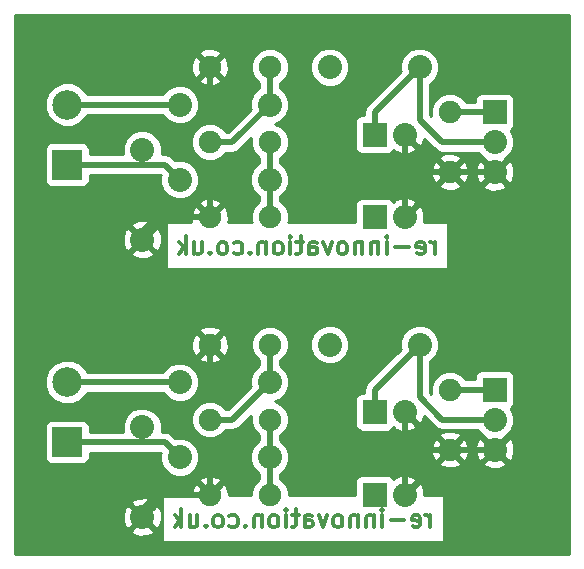
<source format=gbl>
G04 (created by PCBNEW (2013-07-07 BZR 4022)-stable) date 16/07/2014 12:48:06*
%MOIN*%
G04 Gerber Fmt 3.4, Leading zero omitted, Abs format*
%FSLAX34Y34*%
G01*
G70*
G90*
G04 APERTURE LIST*
%ADD10C,0.00590551*%
%ADD11C,0.011811*%
%ADD12C,0.075*%
%ADD13R,0.08X0.08*%
%ADD14C,0.08*%
%ADD15R,0.0984X0.0984*%
%ADD16C,0.0984*%
%ADD17C,0.035*%
%ADD18C,0.02*%
%ADD19C,0.01*%
G04 APERTURE END LIST*
G54D10*
G54D11*
X23096Y-35839D02*
X23096Y-35445D01*
X23096Y-35557D02*
X23068Y-35501D01*
X23040Y-35473D01*
X22983Y-35445D01*
X22927Y-35445D01*
X22505Y-35810D02*
X22562Y-35839D01*
X22674Y-35839D01*
X22730Y-35810D01*
X22758Y-35754D01*
X22758Y-35529D01*
X22730Y-35473D01*
X22674Y-35445D01*
X22562Y-35445D01*
X22505Y-35473D01*
X22477Y-35529D01*
X22477Y-35585D01*
X22758Y-35642D01*
X22224Y-35614D02*
X21774Y-35614D01*
X21493Y-35839D02*
X21493Y-35445D01*
X21493Y-35248D02*
X21521Y-35276D01*
X21493Y-35304D01*
X21465Y-35276D01*
X21493Y-35248D01*
X21493Y-35304D01*
X21212Y-35445D02*
X21212Y-35839D01*
X21212Y-35501D02*
X21184Y-35473D01*
X21127Y-35445D01*
X21043Y-35445D01*
X20987Y-35473D01*
X20959Y-35529D01*
X20959Y-35839D01*
X20677Y-35445D02*
X20677Y-35839D01*
X20677Y-35501D02*
X20649Y-35473D01*
X20593Y-35445D01*
X20509Y-35445D01*
X20452Y-35473D01*
X20424Y-35529D01*
X20424Y-35839D01*
X20059Y-35839D02*
X20115Y-35810D01*
X20143Y-35782D01*
X20171Y-35726D01*
X20171Y-35557D01*
X20143Y-35501D01*
X20115Y-35473D01*
X20059Y-35445D01*
X19974Y-35445D01*
X19918Y-35473D01*
X19890Y-35501D01*
X19862Y-35557D01*
X19862Y-35726D01*
X19890Y-35782D01*
X19918Y-35810D01*
X19974Y-35839D01*
X20059Y-35839D01*
X19665Y-35445D02*
X19524Y-35839D01*
X19384Y-35445D01*
X18906Y-35839D02*
X18906Y-35529D01*
X18934Y-35473D01*
X18990Y-35445D01*
X19103Y-35445D01*
X19159Y-35473D01*
X18906Y-35810D02*
X18962Y-35839D01*
X19103Y-35839D01*
X19159Y-35810D01*
X19187Y-35754D01*
X19187Y-35698D01*
X19159Y-35642D01*
X19103Y-35614D01*
X18962Y-35614D01*
X18906Y-35585D01*
X18709Y-35445D02*
X18484Y-35445D01*
X18625Y-35248D02*
X18625Y-35754D01*
X18596Y-35810D01*
X18540Y-35839D01*
X18484Y-35839D01*
X18287Y-35839D02*
X18287Y-35445D01*
X18287Y-35248D02*
X18315Y-35276D01*
X18287Y-35304D01*
X18259Y-35276D01*
X18287Y-35248D01*
X18287Y-35304D01*
X17921Y-35839D02*
X17978Y-35810D01*
X18006Y-35782D01*
X18034Y-35726D01*
X18034Y-35557D01*
X18006Y-35501D01*
X17978Y-35473D01*
X17921Y-35445D01*
X17837Y-35445D01*
X17781Y-35473D01*
X17753Y-35501D01*
X17725Y-35557D01*
X17725Y-35726D01*
X17753Y-35782D01*
X17781Y-35810D01*
X17837Y-35839D01*
X17921Y-35839D01*
X17472Y-35445D02*
X17472Y-35839D01*
X17472Y-35501D02*
X17443Y-35473D01*
X17387Y-35445D01*
X17303Y-35445D01*
X17247Y-35473D01*
X17218Y-35529D01*
X17218Y-35839D01*
X16937Y-35782D02*
X16909Y-35810D01*
X16937Y-35839D01*
X16965Y-35810D01*
X16937Y-35782D01*
X16937Y-35839D01*
X16403Y-35810D02*
X16459Y-35839D01*
X16572Y-35839D01*
X16628Y-35810D01*
X16656Y-35782D01*
X16684Y-35726D01*
X16684Y-35557D01*
X16656Y-35501D01*
X16628Y-35473D01*
X16572Y-35445D01*
X16459Y-35445D01*
X16403Y-35473D01*
X16065Y-35839D02*
X16122Y-35810D01*
X16150Y-35782D01*
X16178Y-35726D01*
X16178Y-35557D01*
X16150Y-35501D01*
X16122Y-35473D01*
X16065Y-35445D01*
X15981Y-35445D01*
X15925Y-35473D01*
X15897Y-35501D01*
X15869Y-35557D01*
X15869Y-35726D01*
X15897Y-35782D01*
X15925Y-35810D01*
X15981Y-35839D01*
X16065Y-35839D01*
X15616Y-35782D02*
X15587Y-35810D01*
X15616Y-35839D01*
X15644Y-35810D01*
X15616Y-35782D01*
X15616Y-35839D01*
X15081Y-35445D02*
X15081Y-35839D01*
X15334Y-35445D02*
X15334Y-35754D01*
X15306Y-35810D01*
X15250Y-35839D01*
X15166Y-35839D01*
X15109Y-35810D01*
X15081Y-35782D01*
X14800Y-35839D02*
X14800Y-35248D01*
X14744Y-35614D02*
X14575Y-35839D01*
X14575Y-35445D02*
X14800Y-35670D01*
X23246Y-26739D02*
X23246Y-26345D01*
X23246Y-26457D02*
X23218Y-26401D01*
X23190Y-26373D01*
X23133Y-26345D01*
X23077Y-26345D01*
X22655Y-26710D02*
X22712Y-26739D01*
X22824Y-26739D01*
X22880Y-26710D01*
X22908Y-26654D01*
X22908Y-26429D01*
X22880Y-26373D01*
X22824Y-26345D01*
X22712Y-26345D01*
X22655Y-26373D01*
X22627Y-26429D01*
X22627Y-26485D01*
X22908Y-26542D01*
X22374Y-26514D02*
X21924Y-26514D01*
X21643Y-26739D02*
X21643Y-26345D01*
X21643Y-26148D02*
X21671Y-26176D01*
X21643Y-26204D01*
X21615Y-26176D01*
X21643Y-26148D01*
X21643Y-26204D01*
X21362Y-26345D02*
X21362Y-26739D01*
X21362Y-26401D02*
X21334Y-26373D01*
X21277Y-26345D01*
X21193Y-26345D01*
X21137Y-26373D01*
X21109Y-26429D01*
X21109Y-26739D01*
X20827Y-26345D02*
X20827Y-26739D01*
X20827Y-26401D02*
X20799Y-26373D01*
X20743Y-26345D01*
X20659Y-26345D01*
X20602Y-26373D01*
X20574Y-26429D01*
X20574Y-26739D01*
X20209Y-26739D02*
X20265Y-26710D01*
X20293Y-26682D01*
X20321Y-26626D01*
X20321Y-26457D01*
X20293Y-26401D01*
X20265Y-26373D01*
X20209Y-26345D01*
X20124Y-26345D01*
X20068Y-26373D01*
X20040Y-26401D01*
X20012Y-26457D01*
X20012Y-26626D01*
X20040Y-26682D01*
X20068Y-26710D01*
X20124Y-26739D01*
X20209Y-26739D01*
X19815Y-26345D02*
X19674Y-26739D01*
X19534Y-26345D01*
X19056Y-26739D02*
X19056Y-26429D01*
X19084Y-26373D01*
X19140Y-26345D01*
X19253Y-26345D01*
X19309Y-26373D01*
X19056Y-26710D02*
X19112Y-26739D01*
X19253Y-26739D01*
X19309Y-26710D01*
X19337Y-26654D01*
X19337Y-26598D01*
X19309Y-26542D01*
X19253Y-26514D01*
X19112Y-26514D01*
X19056Y-26485D01*
X18859Y-26345D02*
X18634Y-26345D01*
X18775Y-26148D02*
X18775Y-26654D01*
X18746Y-26710D01*
X18690Y-26739D01*
X18634Y-26739D01*
X18437Y-26739D02*
X18437Y-26345D01*
X18437Y-26148D02*
X18465Y-26176D01*
X18437Y-26204D01*
X18409Y-26176D01*
X18437Y-26148D01*
X18437Y-26204D01*
X18071Y-26739D02*
X18128Y-26710D01*
X18156Y-26682D01*
X18184Y-26626D01*
X18184Y-26457D01*
X18156Y-26401D01*
X18128Y-26373D01*
X18071Y-26345D01*
X17987Y-26345D01*
X17931Y-26373D01*
X17903Y-26401D01*
X17875Y-26457D01*
X17875Y-26626D01*
X17903Y-26682D01*
X17931Y-26710D01*
X17987Y-26739D01*
X18071Y-26739D01*
X17622Y-26345D02*
X17622Y-26739D01*
X17622Y-26401D02*
X17593Y-26373D01*
X17537Y-26345D01*
X17453Y-26345D01*
X17397Y-26373D01*
X17368Y-26429D01*
X17368Y-26739D01*
X17087Y-26682D02*
X17059Y-26710D01*
X17087Y-26739D01*
X17115Y-26710D01*
X17087Y-26682D01*
X17087Y-26739D01*
X16553Y-26710D02*
X16609Y-26739D01*
X16722Y-26739D01*
X16778Y-26710D01*
X16806Y-26682D01*
X16834Y-26626D01*
X16834Y-26457D01*
X16806Y-26401D01*
X16778Y-26373D01*
X16722Y-26345D01*
X16609Y-26345D01*
X16553Y-26373D01*
X16215Y-26739D02*
X16272Y-26710D01*
X16300Y-26682D01*
X16328Y-26626D01*
X16328Y-26457D01*
X16300Y-26401D01*
X16272Y-26373D01*
X16215Y-26345D01*
X16131Y-26345D01*
X16075Y-26373D01*
X16047Y-26401D01*
X16019Y-26457D01*
X16019Y-26626D01*
X16047Y-26682D01*
X16075Y-26710D01*
X16131Y-26739D01*
X16215Y-26739D01*
X15766Y-26682D02*
X15737Y-26710D01*
X15766Y-26739D01*
X15794Y-26710D01*
X15766Y-26682D01*
X15766Y-26739D01*
X15231Y-26345D02*
X15231Y-26739D01*
X15484Y-26345D02*
X15484Y-26654D01*
X15456Y-26710D01*
X15400Y-26739D01*
X15316Y-26739D01*
X15259Y-26710D01*
X15231Y-26682D01*
X14950Y-26739D02*
X14950Y-26148D01*
X14894Y-26514D02*
X14725Y-26739D01*
X14725Y-26345D02*
X14950Y-26570D01*
G54D12*
X23750Y-31250D03*
X23750Y-33250D03*
X15750Y-29750D03*
X17750Y-29750D03*
X17750Y-34750D03*
X15750Y-34750D03*
X15750Y-32250D03*
X17750Y-32250D03*
G54D13*
X21250Y-32000D03*
G54D14*
X22250Y-32000D03*
G54D13*
X21250Y-34750D03*
G54D14*
X22250Y-34750D03*
X19750Y-29750D03*
X22750Y-29750D03*
X13500Y-32500D03*
X13500Y-35500D03*
X14750Y-33500D03*
X17750Y-33500D03*
X14750Y-31000D03*
X17750Y-31000D03*
G54D15*
X11000Y-33000D03*
G54D16*
X11000Y-31000D03*
G54D13*
X25250Y-31250D03*
G54D14*
X25250Y-32250D03*
X25250Y-33250D03*
G54D13*
X25250Y-22000D03*
G54D14*
X25250Y-23000D03*
X25250Y-24000D03*
G54D15*
X11000Y-23750D03*
G54D16*
X11000Y-21750D03*
G54D14*
X14750Y-21750D03*
X17750Y-21750D03*
X14750Y-24250D03*
X17750Y-24250D03*
X13500Y-23250D03*
X13500Y-26250D03*
X19750Y-20500D03*
X22750Y-20500D03*
G54D13*
X21250Y-25500D03*
G54D14*
X22250Y-25500D03*
G54D13*
X21250Y-22750D03*
G54D14*
X22250Y-22750D03*
G54D12*
X15750Y-23000D03*
X17750Y-23000D03*
X17750Y-25500D03*
X15750Y-25500D03*
X15750Y-20500D03*
X17750Y-20500D03*
X23750Y-22000D03*
X23750Y-24000D03*
G54D17*
X19250Y-33750D03*
X19250Y-24500D03*
G54D18*
X15750Y-33500D02*
X15000Y-32750D01*
X15000Y-32750D02*
X15000Y-32000D01*
X15000Y-32000D02*
X15750Y-31250D01*
X15750Y-31250D02*
X15750Y-29750D01*
X15750Y-34750D02*
X15750Y-33500D01*
X13500Y-35250D02*
X14000Y-34750D01*
X14000Y-34750D02*
X15750Y-34750D01*
X13500Y-35500D02*
X13500Y-35250D01*
X23750Y-33250D02*
X25250Y-33250D01*
X22250Y-33250D02*
X22250Y-32000D01*
X22250Y-33750D02*
X22250Y-33250D01*
X22250Y-34750D02*
X22250Y-33750D01*
X23750Y-33250D02*
X22250Y-33250D01*
X19250Y-33750D02*
X22250Y-33750D01*
X19250Y-24500D02*
X22250Y-24500D01*
X23750Y-24000D02*
X22250Y-24000D01*
X22250Y-25500D02*
X22250Y-24500D01*
X22250Y-24500D02*
X22250Y-24000D01*
X22250Y-24000D02*
X22250Y-22750D01*
X23750Y-24000D02*
X25250Y-24000D01*
X13500Y-26250D02*
X13500Y-26000D01*
X14000Y-25500D02*
X15750Y-25500D01*
X13500Y-26000D02*
X14000Y-25500D01*
X15750Y-25500D02*
X15750Y-24250D01*
X15750Y-22000D02*
X15750Y-20500D01*
X15000Y-22750D02*
X15750Y-22000D01*
X15000Y-23500D02*
X15000Y-22750D01*
X15750Y-24250D02*
X15000Y-23500D01*
X21250Y-31250D02*
X22750Y-29750D01*
X21250Y-32000D02*
X21250Y-31250D01*
X23500Y-32250D02*
X22750Y-31500D01*
X22750Y-31500D02*
X22750Y-29750D01*
X25250Y-32250D02*
X23500Y-32250D01*
X25250Y-23000D02*
X23500Y-23000D01*
X22750Y-22250D02*
X22750Y-20500D01*
X23500Y-23000D02*
X22750Y-22250D01*
X21250Y-22750D02*
X21250Y-22000D01*
X21250Y-22000D02*
X22750Y-20500D01*
X11000Y-31000D02*
X14750Y-31000D01*
X11000Y-21750D02*
X14750Y-21750D01*
G54D19*
X14250Y-33000D02*
X14750Y-33500D01*
G54D18*
X14250Y-33000D02*
X14750Y-33500D01*
X13500Y-33000D02*
X14250Y-33000D01*
X11000Y-33000D02*
X13500Y-33000D01*
X13500Y-32500D02*
X13500Y-33000D01*
X13500Y-23250D02*
X13500Y-23750D01*
X11000Y-23750D02*
X13500Y-23750D01*
X13500Y-23750D02*
X14250Y-23750D01*
X14250Y-23750D02*
X14750Y-24250D01*
G54D19*
X14250Y-23750D02*
X14750Y-24250D01*
G54D18*
X17750Y-33500D02*
X17750Y-32250D01*
X17750Y-34750D02*
X17750Y-33500D01*
X17750Y-25500D02*
X17750Y-24250D01*
X17750Y-24250D02*
X17750Y-23000D01*
X16500Y-32250D02*
X17750Y-31000D01*
X15750Y-32250D02*
X16500Y-32250D01*
X17750Y-31000D02*
X17750Y-29750D01*
X17750Y-21750D02*
X17750Y-20500D01*
X15750Y-23000D02*
X16500Y-23000D01*
X16500Y-23000D02*
X17750Y-21750D01*
X25250Y-31250D02*
X23750Y-31250D01*
X25250Y-22000D02*
X23750Y-22000D01*
G54D10*
G36*
X27730Y-36730D02*
X25904Y-36730D01*
X25904Y-33355D01*
X25904Y-24105D01*
X25900Y-23991D01*
X25900Y-22871D01*
X25801Y-22632D01*
X25784Y-22615D01*
X25791Y-22612D01*
X25861Y-22541D01*
X25899Y-22449D01*
X25900Y-22350D01*
X25900Y-21550D01*
X25862Y-21458D01*
X25791Y-21388D01*
X25699Y-21350D01*
X25600Y-21349D01*
X24800Y-21349D01*
X24708Y-21387D01*
X24638Y-21458D01*
X24600Y-21550D01*
X24599Y-21649D01*
X24599Y-21650D01*
X24281Y-21650D01*
X24280Y-21646D01*
X24104Y-21470D01*
X23874Y-21375D01*
X23626Y-21374D01*
X23396Y-21469D01*
X23220Y-21645D01*
X23125Y-21875D01*
X23124Y-22123D01*
X23129Y-22134D01*
X23100Y-22105D01*
X23100Y-21058D01*
X23117Y-21051D01*
X23300Y-20868D01*
X23399Y-20629D01*
X23400Y-20371D01*
X23301Y-20132D01*
X23118Y-19949D01*
X22879Y-19850D01*
X22621Y-19849D01*
X22382Y-19948D01*
X22199Y-20131D01*
X22100Y-20370D01*
X22099Y-20628D01*
X22107Y-20647D01*
X21002Y-21752D01*
X20926Y-21866D01*
X20900Y-22000D01*
X20900Y-22099D01*
X20800Y-22099D01*
X20708Y-22137D01*
X20638Y-22208D01*
X20600Y-22300D01*
X20599Y-22399D01*
X20599Y-23199D01*
X20637Y-23291D01*
X20708Y-23361D01*
X20800Y-23399D01*
X20899Y-23400D01*
X21699Y-23400D01*
X21791Y-23362D01*
X21861Y-23291D01*
X21878Y-23251D01*
X21902Y-23314D01*
X22144Y-23404D01*
X22402Y-23394D01*
X22597Y-23314D01*
X22637Y-23208D01*
X22250Y-22820D01*
X22244Y-22826D01*
X22173Y-22755D01*
X22179Y-22750D01*
X22173Y-22744D01*
X22244Y-22673D01*
X22250Y-22679D01*
X22255Y-22673D01*
X22326Y-22744D01*
X22320Y-22750D01*
X22708Y-23137D01*
X22814Y-23097D01*
X22892Y-22887D01*
X23252Y-23247D01*
X23252Y-23247D01*
X23366Y-23323D01*
X23499Y-23350D01*
X23499Y-23349D01*
X23500Y-23350D01*
X24691Y-23350D01*
X24698Y-23367D01*
X24865Y-23534D01*
X24862Y-23541D01*
X25250Y-23929D01*
X25637Y-23541D01*
X25634Y-23534D01*
X25800Y-23368D01*
X25899Y-23129D01*
X25900Y-22871D01*
X25900Y-23991D01*
X25894Y-23847D01*
X25814Y-23652D01*
X25708Y-23612D01*
X25320Y-24000D01*
X25708Y-24387D01*
X25814Y-24347D01*
X25904Y-24105D01*
X25904Y-33355D01*
X25900Y-33241D01*
X25900Y-32121D01*
X25801Y-31882D01*
X25784Y-31865D01*
X25791Y-31862D01*
X25861Y-31791D01*
X25899Y-31699D01*
X25900Y-31600D01*
X25900Y-30800D01*
X25862Y-30708D01*
X25791Y-30638D01*
X25699Y-30600D01*
X25637Y-30599D01*
X25637Y-24458D01*
X25250Y-24070D01*
X25179Y-24141D01*
X25179Y-24000D01*
X24791Y-23612D01*
X24685Y-23652D01*
X24595Y-23894D01*
X24605Y-24152D01*
X24685Y-24347D01*
X24791Y-24387D01*
X25179Y-24000D01*
X25179Y-24141D01*
X24862Y-24458D01*
X24902Y-24564D01*
X25144Y-24654D01*
X25402Y-24644D01*
X25597Y-24564D01*
X25637Y-24458D01*
X25637Y-30599D01*
X25600Y-30599D01*
X24800Y-30599D01*
X24708Y-30637D01*
X24638Y-30708D01*
X24600Y-30800D01*
X24599Y-30899D01*
X24599Y-30900D01*
X24379Y-30900D01*
X24379Y-24099D01*
X24369Y-23851D01*
X24293Y-23667D01*
X24190Y-23630D01*
X24119Y-23701D01*
X24119Y-23559D01*
X24082Y-23456D01*
X23849Y-23370D01*
X23601Y-23380D01*
X23417Y-23456D01*
X23380Y-23559D01*
X23750Y-23929D01*
X24119Y-23559D01*
X24119Y-23701D01*
X23820Y-24000D01*
X24190Y-24369D01*
X24293Y-24332D01*
X24379Y-24099D01*
X24379Y-30900D01*
X24281Y-30900D01*
X24280Y-30896D01*
X24119Y-30735D01*
X24119Y-24440D01*
X23750Y-24070D01*
X23679Y-24141D01*
X23679Y-24000D01*
X23309Y-23630D01*
X23206Y-23667D01*
X23120Y-23900D01*
X23130Y-24148D01*
X23206Y-24332D01*
X23309Y-24369D01*
X23679Y-24000D01*
X23679Y-24141D01*
X23380Y-24440D01*
X23417Y-24543D01*
X23650Y-24629D01*
X23898Y-24619D01*
X24082Y-24543D01*
X24119Y-24440D01*
X24119Y-30735D01*
X24104Y-30720D01*
X23874Y-30625D01*
X23696Y-30624D01*
X23696Y-27222D01*
X23696Y-25659D01*
X22884Y-25659D01*
X22904Y-25605D01*
X22894Y-25347D01*
X22814Y-25152D01*
X22708Y-25112D01*
X22320Y-25500D01*
X22326Y-25505D01*
X22255Y-25576D01*
X22250Y-25570D01*
X22244Y-25576D01*
X22173Y-25505D01*
X22179Y-25500D01*
X22173Y-25494D01*
X22244Y-25423D01*
X22250Y-25429D01*
X22637Y-25041D01*
X22597Y-24935D01*
X22355Y-24845D01*
X22097Y-24855D01*
X21902Y-24935D01*
X21878Y-24998D01*
X21862Y-24958D01*
X21791Y-24888D01*
X21699Y-24850D01*
X21600Y-24849D01*
X20800Y-24849D01*
X20708Y-24887D01*
X20638Y-24958D01*
X20600Y-25050D01*
X20599Y-25149D01*
X20599Y-25659D01*
X20400Y-25659D01*
X20400Y-20371D01*
X20301Y-20132D01*
X20118Y-19949D01*
X19879Y-19850D01*
X19621Y-19849D01*
X19382Y-19948D01*
X19199Y-20131D01*
X19100Y-20370D01*
X19099Y-20628D01*
X19198Y-20867D01*
X19381Y-21050D01*
X19620Y-21149D01*
X19878Y-21150D01*
X20117Y-21051D01*
X20300Y-20868D01*
X20399Y-20629D01*
X20400Y-20371D01*
X20400Y-25659D01*
X18360Y-25659D01*
X18374Y-25624D01*
X18375Y-25376D01*
X18280Y-25146D01*
X18104Y-24970D01*
X18100Y-24968D01*
X18100Y-24808D01*
X18117Y-24801D01*
X18300Y-24618D01*
X18399Y-24379D01*
X18400Y-24121D01*
X18301Y-23882D01*
X18118Y-23699D01*
X18100Y-23691D01*
X18100Y-23531D01*
X18103Y-23530D01*
X18279Y-23354D01*
X18374Y-23124D01*
X18375Y-22876D01*
X18280Y-22646D01*
X18104Y-22470D01*
X17906Y-22388D01*
X18117Y-22301D01*
X18300Y-22118D01*
X18399Y-21879D01*
X18400Y-21621D01*
X18301Y-21382D01*
X18118Y-21199D01*
X18100Y-21191D01*
X18100Y-21031D01*
X18103Y-21030D01*
X18279Y-20854D01*
X18374Y-20624D01*
X18375Y-20376D01*
X18280Y-20146D01*
X18104Y-19970D01*
X17874Y-19875D01*
X17626Y-19874D01*
X17396Y-19969D01*
X17220Y-20145D01*
X17125Y-20375D01*
X17124Y-20623D01*
X17219Y-20853D01*
X17395Y-21029D01*
X17400Y-21031D01*
X17400Y-21191D01*
X17382Y-21198D01*
X17199Y-21381D01*
X17100Y-21620D01*
X17099Y-21878D01*
X17107Y-21897D01*
X16379Y-22625D01*
X16379Y-20599D01*
X16369Y-20351D01*
X16293Y-20167D01*
X16190Y-20130D01*
X16119Y-20201D01*
X16119Y-20059D01*
X16082Y-19956D01*
X15849Y-19870D01*
X15601Y-19880D01*
X15417Y-19956D01*
X15380Y-20059D01*
X15750Y-20429D01*
X16119Y-20059D01*
X16119Y-20201D01*
X15820Y-20500D01*
X16190Y-20869D01*
X16293Y-20832D01*
X16379Y-20599D01*
X16379Y-22625D01*
X16355Y-22650D01*
X16281Y-22650D01*
X16280Y-22646D01*
X16119Y-22485D01*
X16119Y-20940D01*
X15750Y-20570D01*
X15679Y-20641D01*
X15679Y-20500D01*
X15309Y-20130D01*
X15206Y-20167D01*
X15120Y-20400D01*
X15130Y-20648D01*
X15206Y-20832D01*
X15309Y-20869D01*
X15679Y-20500D01*
X15679Y-20641D01*
X15380Y-20940D01*
X15417Y-21043D01*
X15650Y-21129D01*
X15898Y-21119D01*
X16082Y-21043D01*
X16119Y-20940D01*
X16119Y-22485D01*
X16104Y-22470D01*
X15874Y-22375D01*
X15626Y-22374D01*
X15400Y-22468D01*
X15400Y-21621D01*
X15301Y-21382D01*
X15118Y-21199D01*
X14879Y-21100D01*
X14621Y-21099D01*
X14382Y-21198D01*
X14199Y-21381D01*
X14191Y-21400D01*
X11658Y-21400D01*
X11629Y-21330D01*
X11420Y-21121D01*
X11148Y-21008D01*
X10853Y-21007D01*
X10580Y-21120D01*
X10371Y-21329D01*
X10258Y-21601D01*
X10257Y-21896D01*
X10370Y-22169D01*
X10579Y-22378D01*
X10851Y-22491D01*
X11146Y-22492D01*
X11419Y-22379D01*
X11628Y-22170D01*
X11658Y-22100D01*
X14191Y-22100D01*
X14198Y-22117D01*
X14381Y-22300D01*
X14620Y-22399D01*
X14878Y-22400D01*
X15117Y-22301D01*
X15300Y-22118D01*
X15399Y-21879D01*
X15400Y-21621D01*
X15400Y-22468D01*
X15396Y-22469D01*
X15220Y-22645D01*
X15125Y-22875D01*
X15124Y-23123D01*
X15219Y-23353D01*
X15395Y-23529D01*
X15625Y-23624D01*
X15873Y-23625D01*
X16103Y-23530D01*
X16279Y-23354D01*
X16281Y-23350D01*
X16500Y-23350D01*
X16633Y-23323D01*
X16633Y-23323D01*
X16747Y-23247D01*
X17128Y-22866D01*
X17125Y-22875D01*
X17124Y-23123D01*
X17219Y-23353D01*
X17395Y-23529D01*
X17400Y-23531D01*
X17400Y-23691D01*
X17382Y-23698D01*
X17199Y-23881D01*
X17100Y-24120D01*
X17099Y-24378D01*
X17198Y-24617D01*
X17381Y-24800D01*
X17400Y-24808D01*
X17400Y-24968D01*
X17396Y-24969D01*
X17220Y-25145D01*
X17125Y-25375D01*
X17124Y-25623D01*
X17139Y-25659D01*
X16357Y-25659D01*
X16379Y-25599D01*
X16369Y-25351D01*
X16293Y-25167D01*
X16190Y-25130D01*
X16119Y-25201D01*
X16119Y-25059D01*
X16082Y-24956D01*
X15849Y-24870D01*
X15601Y-24880D01*
X15417Y-24956D01*
X15400Y-25004D01*
X15400Y-24121D01*
X15301Y-23882D01*
X15118Y-23699D01*
X14879Y-23600D01*
X14621Y-23599D01*
X14602Y-23607D01*
X14497Y-23502D01*
X14383Y-23426D01*
X14250Y-23400D01*
X14141Y-23400D01*
X14149Y-23379D01*
X14150Y-23121D01*
X14051Y-22882D01*
X13868Y-22699D01*
X13629Y-22600D01*
X13371Y-22599D01*
X13132Y-22698D01*
X12949Y-22881D01*
X12850Y-23120D01*
X12849Y-23378D01*
X12858Y-23400D01*
X11742Y-23400D01*
X11742Y-23208D01*
X11704Y-23116D01*
X11633Y-23046D01*
X11541Y-23008D01*
X11442Y-23007D01*
X10458Y-23007D01*
X10366Y-23045D01*
X10296Y-23116D01*
X10258Y-23208D01*
X10257Y-23307D01*
X10257Y-24291D01*
X10295Y-24383D01*
X10366Y-24453D01*
X10458Y-24491D01*
X10557Y-24492D01*
X11541Y-24492D01*
X11633Y-24454D01*
X11703Y-24383D01*
X11741Y-24291D01*
X11742Y-24192D01*
X11742Y-24100D01*
X13500Y-24100D01*
X14105Y-24100D01*
X14107Y-24102D01*
X14100Y-24120D01*
X14099Y-24378D01*
X14198Y-24617D01*
X14381Y-24800D01*
X14620Y-24899D01*
X14878Y-24900D01*
X15117Y-24801D01*
X15300Y-24618D01*
X15399Y-24379D01*
X15400Y-24121D01*
X15400Y-25004D01*
X15380Y-25059D01*
X15750Y-25429D01*
X16119Y-25059D01*
X16119Y-25201D01*
X15820Y-25500D01*
X15826Y-25505D01*
X15755Y-25576D01*
X15750Y-25570D01*
X15744Y-25576D01*
X15673Y-25505D01*
X15679Y-25500D01*
X15309Y-25130D01*
X15206Y-25167D01*
X15120Y-25400D01*
X15130Y-25648D01*
X15134Y-25659D01*
X14303Y-25659D01*
X14303Y-27222D01*
X23696Y-27222D01*
X23696Y-30624D01*
X23626Y-30624D01*
X23396Y-30719D01*
X23220Y-30895D01*
X23125Y-31125D01*
X23124Y-31373D01*
X23129Y-31384D01*
X23100Y-31355D01*
X23100Y-30308D01*
X23117Y-30301D01*
X23300Y-30118D01*
X23399Y-29879D01*
X23400Y-29621D01*
X23301Y-29382D01*
X23118Y-29199D01*
X22879Y-29100D01*
X22621Y-29099D01*
X22382Y-29198D01*
X22199Y-29381D01*
X22100Y-29620D01*
X22099Y-29878D01*
X22107Y-29897D01*
X21002Y-31002D01*
X20926Y-31116D01*
X20900Y-31250D01*
X20900Y-31349D01*
X20800Y-31349D01*
X20708Y-31387D01*
X20638Y-31458D01*
X20600Y-31550D01*
X20599Y-31649D01*
X20599Y-32449D01*
X20637Y-32541D01*
X20708Y-32611D01*
X20800Y-32649D01*
X20899Y-32650D01*
X21699Y-32650D01*
X21791Y-32612D01*
X21861Y-32541D01*
X21878Y-32501D01*
X21902Y-32564D01*
X22144Y-32654D01*
X22402Y-32644D01*
X22597Y-32564D01*
X22637Y-32458D01*
X22250Y-32070D01*
X22244Y-32076D01*
X22173Y-32005D01*
X22179Y-32000D01*
X22173Y-31994D01*
X22244Y-31923D01*
X22250Y-31929D01*
X22255Y-31923D01*
X22326Y-31994D01*
X22320Y-32000D01*
X22708Y-32387D01*
X22814Y-32347D01*
X22892Y-32137D01*
X23252Y-32497D01*
X23252Y-32497D01*
X23366Y-32573D01*
X23499Y-32600D01*
X23499Y-32599D01*
X23500Y-32600D01*
X24691Y-32600D01*
X24698Y-32617D01*
X24865Y-32784D01*
X24862Y-32791D01*
X25250Y-33179D01*
X25637Y-32791D01*
X25634Y-32784D01*
X25800Y-32618D01*
X25899Y-32379D01*
X25900Y-32121D01*
X25900Y-33241D01*
X25894Y-33097D01*
X25814Y-32902D01*
X25708Y-32862D01*
X25320Y-33250D01*
X25708Y-33637D01*
X25814Y-33597D01*
X25904Y-33355D01*
X25904Y-36730D01*
X25637Y-36730D01*
X25637Y-33708D01*
X25250Y-33320D01*
X25179Y-33391D01*
X25179Y-33250D01*
X24791Y-32862D01*
X24685Y-32902D01*
X24595Y-33144D01*
X24605Y-33402D01*
X24685Y-33597D01*
X24791Y-33637D01*
X25179Y-33250D01*
X25179Y-33391D01*
X24862Y-33708D01*
X24902Y-33814D01*
X25144Y-33904D01*
X25402Y-33894D01*
X25597Y-33814D01*
X25637Y-33708D01*
X25637Y-36730D01*
X24379Y-36730D01*
X24379Y-33349D01*
X24369Y-33101D01*
X24293Y-32917D01*
X24190Y-32880D01*
X24119Y-32951D01*
X24119Y-32809D01*
X24082Y-32706D01*
X23849Y-32620D01*
X23601Y-32630D01*
X23417Y-32706D01*
X23380Y-32809D01*
X23750Y-33179D01*
X24119Y-32809D01*
X24119Y-32951D01*
X23820Y-33250D01*
X24190Y-33619D01*
X24293Y-33582D01*
X24379Y-33349D01*
X24379Y-36730D01*
X24119Y-36730D01*
X24119Y-33690D01*
X23750Y-33320D01*
X23679Y-33391D01*
X23679Y-33250D01*
X23309Y-32880D01*
X23206Y-32917D01*
X23120Y-33150D01*
X23130Y-33398D01*
X23206Y-33582D01*
X23309Y-33619D01*
X23679Y-33250D01*
X23679Y-33391D01*
X23380Y-33690D01*
X23417Y-33793D01*
X23650Y-33879D01*
X23898Y-33869D01*
X24082Y-33793D01*
X24119Y-33690D01*
X24119Y-36730D01*
X23546Y-36730D01*
X23546Y-36322D01*
X23546Y-34759D01*
X22900Y-34759D01*
X22894Y-34597D01*
X22814Y-34402D01*
X22708Y-34362D01*
X22320Y-34750D01*
X22326Y-34755D01*
X22322Y-34759D01*
X22177Y-34759D01*
X22173Y-34755D01*
X22179Y-34750D01*
X22173Y-34744D01*
X22244Y-34673D01*
X22250Y-34679D01*
X22637Y-34291D01*
X22597Y-34185D01*
X22355Y-34095D01*
X22097Y-34105D01*
X21902Y-34185D01*
X21878Y-34248D01*
X21862Y-34208D01*
X21791Y-34138D01*
X21699Y-34100D01*
X21600Y-34099D01*
X20800Y-34099D01*
X20708Y-34137D01*
X20638Y-34208D01*
X20600Y-34300D01*
X20599Y-34399D01*
X20599Y-34759D01*
X20400Y-34759D01*
X20400Y-29621D01*
X20301Y-29382D01*
X20118Y-29199D01*
X19879Y-29100D01*
X19621Y-29099D01*
X19382Y-29198D01*
X19199Y-29381D01*
X19100Y-29620D01*
X19099Y-29878D01*
X19198Y-30117D01*
X19381Y-30300D01*
X19620Y-30399D01*
X19878Y-30400D01*
X20117Y-30301D01*
X20300Y-30118D01*
X20399Y-29879D01*
X20400Y-29621D01*
X20400Y-34759D01*
X18374Y-34759D01*
X18375Y-34626D01*
X18280Y-34396D01*
X18104Y-34220D01*
X18100Y-34218D01*
X18100Y-34058D01*
X18117Y-34051D01*
X18300Y-33868D01*
X18399Y-33629D01*
X18400Y-33371D01*
X18301Y-33132D01*
X18118Y-32949D01*
X18100Y-32941D01*
X18100Y-32781D01*
X18103Y-32780D01*
X18279Y-32604D01*
X18374Y-32374D01*
X18375Y-32126D01*
X18280Y-31896D01*
X18104Y-31720D01*
X17906Y-31638D01*
X18117Y-31551D01*
X18300Y-31368D01*
X18399Y-31129D01*
X18400Y-30871D01*
X18301Y-30632D01*
X18118Y-30449D01*
X18100Y-30441D01*
X18100Y-30281D01*
X18103Y-30280D01*
X18279Y-30104D01*
X18374Y-29874D01*
X18375Y-29626D01*
X18280Y-29396D01*
X18104Y-29220D01*
X17874Y-29125D01*
X17626Y-29124D01*
X17396Y-29219D01*
X17220Y-29395D01*
X17125Y-29625D01*
X17124Y-29873D01*
X17219Y-30103D01*
X17395Y-30279D01*
X17400Y-30281D01*
X17400Y-30441D01*
X17382Y-30448D01*
X17199Y-30631D01*
X17100Y-30870D01*
X17099Y-31128D01*
X17107Y-31147D01*
X16379Y-31875D01*
X16379Y-29849D01*
X16369Y-29601D01*
X16293Y-29417D01*
X16190Y-29380D01*
X16119Y-29451D01*
X16119Y-29309D01*
X16082Y-29206D01*
X15849Y-29120D01*
X15601Y-29130D01*
X15417Y-29206D01*
X15380Y-29309D01*
X15750Y-29679D01*
X16119Y-29309D01*
X16119Y-29451D01*
X15820Y-29750D01*
X16190Y-30119D01*
X16293Y-30082D01*
X16379Y-29849D01*
X16379Y-31875D01*
X16355Y-31900D01*
X16281Y-31900D01*
X16280Y-31896D01*
X16119Y-31735D01*
X16119Y-30190D01*
X15750Y-29820D01*
X15679Y-29891D01*
X15679Y-29750D01*
X15309Y-29380D01*
X15206Y-29417D01*
X15120Y-29650D01*
X15130Y-29898D01*
X15206Y-30082D01*
X15309Y-30119D01*
X15679Y-29750D01*
X15679Y-29891D01*
X15380Y-30190D01*
X15417Y-30293D01*
X15650Y-30379D01*
X15898Y-30369D01*
X16082Y-30293D01*
X16119Y-30190D01*
X16119Y-31735D01*
X16104Y-31720D01*
X15874Y-31625D01*
X15626Y-31624D01*
X15400Y-31718D01*
X15400Y-30871D01*
X15301Y-30632D01*
X15118Y-30449D01*
X14879Y-30350D01*
X14621Y-30349D01*
X14382Y-30448D01*
X14199Y-30631D01*
X14191Y-30650D01*
X14154Y-30650D01*
X14154Y-26355D01*
X14144Y-26097D01*
X14064Y-25902D01*
X13958Y-25862D01*
X13887Y-25933D01*
X13887Y-25791D01*
X13847Y-25685D01*
X13605Y-25595D01*
X13347Y-25605D01*
X13152Y-25685D01*
X13112Y-25791D01*
X13500Y-26179D01*
X13887Y-25791D01*
X13887Y-25933D01*
X13570Y-26250D01*
X13958Y-26637D01*
X14064Y-26597D01*
X14154Y-26355D01*
X14154Y-30650D01*
X13887Y-30650D01*
X13887Y-26708D01*
X13500Y-26320D01*
X13429Y-26391D01*
X13429Y-26250D01*
X13041Y-25862D01*
X12935Y-25902D01*
X12845Y-26144D01*
X12855Y-26402D01*
X12935Y-26597D01*
X13041Y-26637D01*
X13429Y-26250D01*
X13429Y-26391D01*
X13112Y-26708D01*
X13152Y-26814D01*
X13394Y-26904D01*
X13652Y-26894D01*
X13847Y-26814D01*
X13887Y-26708D01*
X13887Y-30650D01*
X11658Y-30650D01*
X11629Y-30580D01*
X11420Y-30371D01*
X11148Y-30258D01*
X10853Y-30257D01*
X10580Y-30370D01*
X10371Y-30579D01*
X10258Y-30851D01*
X10257Y-31146D01*
X10370Y-31419D01*
X10579Y-31628D01*
X10851Y-31741D01*
X11146Y-31742D01*
X11419Y-31629D01*
X11628Y-31420D01*
X11658Y-31350D01*
X14191Y-31350D01*
X14198Y-31367D01*
X14381Y-31550D01*
X14620Y-31649D01*
X14878Y-31650D01*
X15117Y-31551D01*
X15300Y-31368D01*
X15399Y-31129D01*
X15400Y-30871D01*
X15400Y-31718D01*
X15396Y-31719D01*
X15220Y-31895D01*
X15125Y-32125D01*
X15124Y-32373D01*
X15219Y-32603D01*
X15395Y-32779D01*
X15625Y-32874D01*
X15873Y-32875D01*
X16103Y-32780D01*
X16279Y-32604D01*
X16281Y-32600D01*
X16500Y-32600D01*
X16633Y-32573D01*
X16633Y-32573D01*
X16747Y-32497D01*
X17128Y-32116D01*
X17125Y-32125D01*
X17124Y-32373D01*
X17219Y-32603D01*
X17395Y-32779D01*
X17400Y-32781D01*
X17400Y-32941D01*
X17382Y-32948D01*
X17199Y-33131D01*
X17100Y-33370D01*
X17099Y-33628D01*
X17198Y-33867D01*
X17381Y-34050D01*
X17400Y-34058D01*
X17400Y-34218D01*
X17396Y-34219D01*
X17220Y-34395D01*
X17125Y-34625D01*
X17124Y-34759D01*
X16375Y-34759D01*
X16369Y-34601D01*
X16293Y-34417D01*
X16190Y-34380D01*
X16119Y-34451D01*
X16119Y-34309D01*
X16082Y-34206D01*
X15849Y-34120D01*
X15601Y-34130D01*
X15417Y-34206D01*
X15400Y-34254D01*
X15400Y-33371D01*
X15301Y-33132D01*
X15118Y-32949D01*
X14879Y-32850D01*
X14621Y-32849D01*
X14602Y-32857D01*
X14497Y-32752D01*
X14383Y-32676D01*
X14250Y-32650D01*
X14141Y-32650D01*
X14149Y-32629D01*
X14150Y-32371D01*
X14051Y-32132D01*
X13868Y-31949D01*
X13629Y-31850D01*
X13371Y-31849D01*
X13132Y-31948D01*
X12949Y-32131D01*
X12850Y-32370D01*
X12849Y-32628D01*
X12858Y-32650D01*
X11742Y-32650D01*
X11742Y-32458D01*
X11704Y-32366D01*
X11633Y-32296D01*
X11541Y-32258D01*
X11442Y-32257D01*
X10458Y-32257D01*
X10366Y-32295D01*
X10296Y-32366D01*
X10258Y-32458D01*
X10257Y-32557D01*
X10257Y-33541D01*
X10295Y-33633D01*
X10366Y-33703D01*
X10458Y-33741D01*
X10557Y-33742D01*
X11541Y-33742D01*
X11633Y-33704D01*
X11703Y-33633D01*
X11741Y-33541D01*
X11742Y-33442D01*
X11742Y-33350D01*
X13500Y-33350D01*
X14105Y-33350D01*
X14107Y-33352D01*
X14100Y-33370D01*
X14099Y-33628D01*
X14198Y-33867D01*
X14381Y-34050D01*
X14620Y-34149D01*
X14878Y-34150D01*
X15117Y-34051D01*
X15300Y-33868D01*
X15399Y-33629D01*
X15400Y-33371D01*
X15400Y-34254D01*
X15380Y-34309D01*
X15750Y-34679D01*
X16119Y-34309D01*
X16119Y-34451D01*
X15820Y-34750D01*
X15826Y-34755D01*
X15822Y-34759D01*
X15677Y-34759D01*
X15673Y-34755D01*
X15679Y-34750D01*
X15309Y-34380D01*
X15206Y-34417D01*
X15120Y-34650D01*
X15124Y-34759D01*
X14153Y-34759D01*
X14153Y-35598D01*
X14144Y-35347D01*
X14064Y-35152D01*
X13958Y-35112D01*
X13887Y-35183D01*
X13887Y-35041D01*
X13847Y-34935D01*
X13605Y-34845D01*
X13347Y-34855D01*
X13152Y-34935D01*
X13112Y-35041D01*
X13500Y-35429D01*
X13887Y-35041D01*
X13887Y-35183D01*
X13570Y-35500D01*
X13958Y-35887D01*
X14064Y-35847D01*
X14153Y-35606D01*
X14153Y-36322D01*
X23546Y-36322D01*
X23546Y-36730D01*
X13887Y-36730D01*
X13887Y-35958D01*
X13500Y-35570D01*
X13429Y-35641D01*
X13429Y-35500D01*
X13041Y-35112D01*
X12935Y-35152D01*
X12845Y-35394D01*
X12855Y-35652D01*
X12935Y-35847D01*
X13041Y-35887D01*
X13429Y-35500D01*
X13429Y-35641D01*
X13112Y-35958D01*
X13152Y-36064D01*
X13394Y-36154D01*
X13652Y-36144D01*
X13847Y-36064D01*
X13887Y-35958D01*
X13887Y-36730D01*
X9269Y-36730D01*
X9269Y-36250D01*
X9269Y-18769D01*
X27730Y-18769D01*
X27730Y-36200D01*
X27730Y-36250D01*
X27730Y-36730D01*
X27730Y-36730D01*
G37*
G54D19*
X27730Y-36730D02*
X25904Y-36730D01*
X25904Y-33355D01*
X25904Y-24105D01*
X25900Y-23991D01*
X25900Y-22871D01*
X25801Y-22632D01*
X25784Y-22615D01*
X25791Y-22612D01*
X25861Y-22541D01*
X25899Y-22449D01*
X25900Y-22350D01*
X25900Y-21550D01*
X25862Y-21458D01*
X25791Y-21388D01*
X25699Y-21350D01*
X25600Y-21349D01*
X24800Y-21349D01*
X24708Y-21387D01*
X24638Y-21458D01*
X24600Y-21550D01*
X24599Y-21649D01*
X24599Y-21650D01*
X24281Y-21650D01*
X24280Y-21646D01*
X24104Y-21470D01*
X23874Y-21375D01*
X23626Y-21374D01*
X23396Y-21469D01*
X23220Y-21645D01*
X23125Y-21875D01*
X23124Y-22123D01*
X23129Y-22134D01*
X23100Y-22105D01*
X23100Y-21058D01*
X23117Y-21051D01*
X23300Y-20868D01*
X23399Y-20629D01*
X23400Y-20371D01*
X23301Y-20132D01*
X23118Y-19949D01*
X22879Y-19850D01*
X22621Y-19849D01*
X22382Y-19948D01*
X22199Y-20131D01*
X22100Y-20370D01*
X22099Y-20628D01*
X22107Y-20647D01*
X21002Y-21752D01*
X20926Y-21866D01*
X20900Y-22000D01*
X20900Y-22099D01*
X20800Y-22099D01*
X20708Y-22137D01*
X20638Y-22208D01*
X20600Y-22300D01*
X20599Y-22399D01*
X20599Y-23199D01*
X20637Y-23291D01*
X20708Y-23361D01*
X20800Y-23399D01*
X20899Y-23400D01*
X21699Y-23400D01*
X21791Y-23362D01*
X21861Y-23291D01*
X21878Y-23251D01*
X21902Y-23314D01*
X22144Y-23404D01*
X22402Y-23394D01*
X22597Y-23314D01*
X22637Y-23208D01*
X22250Y-22820D01*
X22244Y-22826D01*
X22173Y-22755D01*
X22179Y-22750D01*
X22173Y-22744D01*
X22244Y-22673D01*
X22250Y-22679D01*
X22255Y-22673D01*
X22326Y-22744D01*
X22320Y-22750D01*
X22708Y-23137D01*
X22814Y-23097D01*
X22892Y-22887D01*
X23252Y-23247D01*
X23252Y-23247D01*
X23366Y-23323D01*
X23499Y-23350D01*
X23499Y-23349D01*
X23500Y-23350D01*
X24691Y-23350D01*
X24698Y-23367D01*
X24865Y-23534D01*
X24862Y-23541D01*
X25250Y-23929D01*
X25637Y-23541D01*
X25634Y-23534D01*
X25800Y-23368D01*
X25899Y-23129D01*
X25900Y-22871D01*
X25900Y-23991D01*
X25894Y-23847D01*
X25814Y-23652D01*
X25708Y-23612D01*
X25320Y-24000D01*
X25708Y-24387D01*
X25814Y-24347D01*
X25904Y-24105D01*
X25904Y-33355D01*
X25900Y-33241D01*
X25900Y-32121D01*
X25801Y-31882D01*
X25784Y-31865D01*
X25791Y-31862D01*
X25861Y-31791D01*
X25899Y-31699D01*
X25900Y-31600D01*
X25900Y-30800D01*
X25862Y-30708D01*
X25791Y-30638D01*
X25699Y-30600D01*
X25637Y-30599D01*
X25637Y-24458D01*
X25250Y-24070D01*
X25179Y-24141D01*
X25179Y-24000D01*
X24791Y-23612D01*
X24685Y-23652D01*
X24595Y-23894D01*
X24605Y-24152D01*
X24685Y-24347D01*
X24791Y-24387D01*
X25179Y-24000D01*
X25179Y-24141D01*
X24862Y-24458D01*
X24902Y-24564D01*
X25144Y-24654D01*
X25402Y-24644D01*
X25597Y-24564D01*
X25637Y-24458D01*
X25637Y-30599D01*
X25600Y-30599D01*
X24800Y-30599D01*
X24708Y-30637D01*
X24638Y-30708D01*
X24600Y-30800D01*
X24599Y-30899D01*
X24599Y-30900D01*
X24379Y-30900D01*
X24379Y-24099D01*
X24369Y-23851D01*
X24293Y-23667D01*
X24190Y-23630D01*
X24119Y-23701D01*
X24119Y-23559D01*
X24082Y-23456D01*
X23849Y-23370D01*
X23601Y-23380D01*
X23417Y-23456D01*
X23380Y-23559D01*
X23750Y-23929D01*
X24119Y-23559D01*
X24119Y-23701D01*
X23820Y-24000D01*
X24190Y-24369D01*
X24293Y-24332D01*
X24379Y-24099D01*
X24379Y-30900D01*
X24281Y-30900D01*
X24280Y-30896D01*
X24119Y-30735D01*
X24119Y-24440D01*
X23750Y-24070D01*
X23679Y-24141D01*
X23679Y-24000D01*
X23309Y-23630D01*
X23206Y-23667D01*
X23120Y-23900D01*
X23130Y-24148D01*
X23206Y-24332D01*
X23309Y-24369D01*
X23679Y-24000D01*
X23679Y-24141D01*
X23380Y-24440D01*
X23417Y-24543D01*
X23650Y-24629D01*
X23898Y-24619D01*
X24082Y-24543D01*
X24119Y-24440D01*
X24119Y-30735D01*
X24104Y-30720D01*
X23874Y-30625D01*
X23696Y-30624D01*
X23696Y-27222D01*
X23696Y-25659D01*
X22884Y-25659D01*
X22904Y-25605D01*
X22894Y-25347D01*
X22814Y-25152D01*
X22708Y-25112D01*
X22320Y-25500D01*
X22326Y-25505D01*
X22255Y-25576D01*
X22250Y-25570D01*
X22244Y-25576D01*
X22173Y-25505D01*
X22179Y-25500D01*
X22173Y-25494D01*
X22244Y-25423D01*
X22250Y-25429D01*
X22637Y-25041D01*
X22597Y-24935D01*
X22355Y-24845D01*
X22097Y-24855D01*
X21902Y-24935D01*
X21878Y-24998D01*
X21862Y-24958D01*
X21791Y-24888D01*
X21699Y-24850D01*
X21600Y-24849D01*
X20800Y-24849D01*
X20708Y-24887D01*
X20638Y-24958D01*
X20600Y-25050D01*
X20599Y-25149D01*
X20599Y-25659D01*
X20400Y-25659D01*
X20400Y-20371D01*
X20301Y-20132D01*
X20118Y-19949D01*
X19879Y-19850D01*
X19621Y-19849D01*
X19382Y-19948D01*
X19199Y-20131D01*
X19100Y-20370D01*
X19099Y-20628D01*
X19198Y-20867D01*
X19381Y-21050D01*
X19620Y-21149D01*
X19878Y-21150D01*
X20117Y-21051D01*
X20300Y-20868D01*
X20399Y-20629D01*
X20400Y-20371D01*
X20400Y-25659D01*
X18360Y-25659D01*
X18374Y-25624D01*
X18375Y-25376D01*
X18280Y-25146D01*
X18104Y-24970D01*
X18100Y-24968D01*
X18100Y-24808D01*
X18117Y-24801D01*
X18300Y-24618D01*
X18399Y-24379D01*
X18400Y-24121D01*
X18301Y-23882D01*
X18118Y-23699D01*
X18100Y-23691D01*
X18100Y-23531D01*
X18103Y-23530D01*
X18279Y-23354D01*
X18374Y-23124D01*
X18375Y-22876D01*
X18280Y-22646D01*
X18104Y-22470D01*
X17906Y-22388D01*
X18117Y-22301D01*
X18300Y-22118D01*
X18399Y-21879D01*
X18400Y-21621D01*
X18301Y-21382D01*
X18118Y-21199D01*
X18100Y-21191D01*
X18100Y-21031D01*
X18103Y-21030D01*
X18279Y-20854D01*
X18374Y-20624D01*
X18375Y-20376D01*
X18280Y-20146D01*
X18104Y-19970D01*
X17874Y-19875D01*
X17626Y-19874D01*
X17396Y-19969D01*
X17220Y-20145D01*
X17125Y-20375D01*
X17124Y-20623D01*
X17219Y-20853D01*
X17395Y-21029D01*
X17400Y-21031D01*
X17400Y-21191D01*
X17382Y-21198D01*
X17199Y-21381D01*
X17100Y-21620D01*
X17099Y-21878D01*
X17107Y-21897D01*
X16379Y-22625D01*
X16379Y-20599D01*
X16369Y-20351D01*
X16293Y-20167D01*
X16190Y-20130D01*
X16119Y-20201D01*
X16119Y-20059D01*
X16082Y-19956D01*
X15849Y-19870D01*
X15601Y-19880D01*
X15417Y-19956D01*
X15380Y-20059D01*
X15750Y-20429D01*
X16119Y-20059D01*
X16119Y-20201D01*
X15820Y-20500D01*
X16190Y-20869D01*
X16293Y-20832D01*
X16379Y-20599D01*
X16379Y-22625D01*
X16355Y-22650D01*
X16281Y-22650D01*
X16280Y-22646D01*
X16119Y-22485D01*
X16119Y-20940D01*
X15750Y-20570D01*
X15679Y-20641D01*
X15679Y-20500D01*
X15309Y-20130D01*
X15206Y-20167D01*
X15120Y-20400D01*
X15130Y-20648D01*
X15206Y-20832D01*
X15309Y-20869D01*
X15679Y-20500D01*
X15679Y-20641D01*
X15380Y-20940D01*
X15417Y-21043D01*
X15650Y-21129D01*
X15898Y-21119D01*
X16082Y-21043D01*
X16119Y-20940D01*
X16119Y-22485D01*
X16104Y-22470D01*
X15874Y-22375D01*
X15626Y-22374D01*
X15400Y-22468D01*
X15400Y-21621D01*
X15301Y-21382D01*
X15118Y-21199D01*
X14879Y-21100D01*
X14621Y-21099D01*
X14382Y-21198D01*
X14199Y-21381D01*
X14191Y-21400D01*
X11658Y-21400D01*
X11629Y-21330D01*
X11420Y-21121D01*
X11148Y-21008D01*
X10853Y-21007D01*
X10580Y-21120D01*
X10371Y-21329D01*
X10258Y-21601D01*
X10257Y-21896D01*
X10370Y-22169D01*
X10579Y-22378D01*
X10851Y-22491D01*
X11146Y-22492D01*
X11419Y-22379D01*
X11628Y-22170D01*
X11658Y-22100D01*
X14191Y-22100D01*
X14198Y-22117D01*
X14381Y-22300D01*
X14620Y-22399D01*
X14878Y-22400D01*
X15117Y-22301D01*
X15300Y-22118D01*
X15399Y-21879D01*
X15400Y-21621D01*
X15400Y-22468D01*
X15396Y-22469D01*
X15220Y-22645D01*
X15125Y-22875D01*
X15124Y-23123D01*
X15219Y-23353D01*
X15395Y-23529D01*
X15625Y-23624D01*
X15873Y-23625D01*
X16103Y-23530D01*
X16279Y-23354D01*
X16281Y-23350D01*
X16500Y-23350D01*
X16633Y-23323D01*
X16633Y-23323D01*
X16747Y-23247D01*
X17128Y-22866D01*
X17125Y-22875D01*
X17124Y-23123D01*
X17219Y-23353D01*
X17395Y-23529D01*
X17400Y-23531D01*
X17400Y-23691D01*
X17382Y-23698D01*
X17199Y-23881D01*
X17100Y-24120D01*
X17099Y-24378D01*
X17198Y-24617D01*
X17381Y-24800D01*
X17400Y-24808D01*
X17400Y-24968D01*
X17396Y-24969D01*
X17220Y-25145D01*
X17125Y-25375D01*
X17124Y-25623D01*
X17139Y-25659D01*
X16357Y-25659D01*
X16379Y-25599D01*
X16369Y-25351D01*
X16293Y-25167D01*
X16190Y-25130D01*
X16119Y-25201D01*
X16119Y-25059D01*
X16082Y-24956D01*
X15849Y-24870D01*
X15601Y-24880D01*
X15417Y-24956D01*
X15400Y-25004D01*
X15400Y-24121D01*
X15301Y-23882D01*
X15118Y-23699D01*
X14879Y-23600D01*
X14621Y-23599D01*
X14602Y-23607D01*
X14497Y-23502D01*
X14383Y-23426D01*
X14250Y-23400D01*
X14141Y-23400D01*
X14149Y-23379D01*
X14150Y-23121D01*
X14051Y-22882D01*
X13868Y-22699D01*
X13629Y-22600D01*
X13371Y-22599D01*
X13132Y-22698D01*
X12949Y-22881D01*
X12850Y-23120D01*
X12849Y-23378D01*
X12858Y-23400D01*
X11742Y-23400D01*
X11742Y-23208D01*
X11704Y-23116D01*
X11633Y-23046D01*
X11541Y-23008D01*
X11442Y-23007D01*
X10458Y-23007D01*
X10366Y-23045D01*
X10296Y-23116D01*
X10258Y-23208D01*
X10257Y-23307D01*
X10257Y-24291D01*
X10295Y-24383D01*
X10366Y-24453D01*
X10458Y-24491D01*
X10557Y-24492D01*
X11541Y-24492D01*
X11633Y-24454D01*
X11703Y-24383D01*
X11741Y-24291D01*
X11742Y-24192D01*
X11742Y-24100D01*
X13500Y-24100D01*
X14105Y-24100D01*
X14107Y-24102D01*
X14100Y-24120D01*
X14099Y-24378D01*
X14198Y-24617D01*
X14381Y-24800D01*
X14620Y-24899D01*
X14878Y-24900D01*
X15117Y-24801D01*
X15300Y-24618D01*
X15399Y-24379D01*
X15400Y-24121D01*
X15400Y-25004D01*
X15380Y-25059D01*
X15750Y-25429D01*
X16119Y-25059D01*
X16119Y-25201D01*
X15820Y-25500D01*
X15826Y-25505D01*
X15755Y-25576D01*
X15750Y-25570D01*
X15744Y-25576D01*
X15673Y-25505D01*
X15679Y-25500D01*
X15309Y-25130D01*
X15206Y-25167D01*
X15120Y-25400D01*
X15130Y-25648D01*
X15134Y-25659D01*
X14303Y-25659D01*
X14303Y-27222D01*
X23696Y-27222D01*
X23696Y-30624D01*
X23626Y-30624D01*
X23396Y-30719D01*
X23220Y-30895D01*
X23125Y-31125D01*
X23124Y-31373D01*
X23129Y-31384D01*
X23100Y-31355D01*
X23100Y-30308D01*
X23117Y-30301D01*
X23300Y-30118D01*
X23399Y-29879D01*
X23400Y-29621D01*
X23301Y-29382D01*
X23118Y-29199D01*
X22879Y-29100D01*
X22621Y-29099D01*
X22382Y-29198D01*
X22199Y-29381D01*
X22100Y-29620D01*
X22099Y-29878D01*
X22107Y-29897D01*
X21002Y-31002D01*
X20926Y-31116D01*
X20900Y-31250D01*
X20900Y-31349D01*
X20800Y-31349D01*
X20708Y-31387D01*
X20638Y-31458D01*
X20600Y-31550D01*
X20599Y-31649D01*
X20599Y-32449D01*
X20637Y-32541D01*
X20708Y-32611D01*
X20800Y-32649D01*
X20899Y-32650D01*
X21699Y-32650D01*
X21791Y-32612D01*
X21861Y-32541D01*
X21878Y-32501D01*
X21902Y-32564D01*
X22144Y-32654D01*
X22402Y-32644D01*
X22597Y-32564D01*
X22637Y-32458D01*
X22250Y-32070D01*
X22244Y-32076D01*
X22173Y-32005D01*
X22179Y-32000D01*
X22173Y-31994D01*
X22244Y-31923D01*
X22250Y-31929D01*
X22255Y-31923D01*
X22326Y-31994D01*
X22320Y-32000D01*
X22708Y-32387D01*
X22814Y-32347D01*
X22892Y-32137D01*
X23252Y-32497D01*
X23252Y-32497D01*
X23366Y-32573D01*
X23499Y-32600D01*
X23499Y-32599D01*
X23500Y-32600D01*
X24691Y-32600D01*
X24698Y-32617D01*
X24865Y-32784D01*
X24862Y-32791D01*
X25250Y-33179D01*
X25637Y-32791D01*
X25634Y-32784D01*
X25800Y-32618D01*
X25899Y-32379D01*
X25900Y-32121D01*
X25900Y-33241D01*
X25894Y-33097D01*
X25814Y-32902D01*
X25708Y-32862D01*
X25320Y-33250D01*
X25708Y-33637D01*
X25814Y-33597D01*
X25904Y-33355D01*
X25904Y-36730D01*
X25637Y-36730D01*
X25637Y-33708D01*
X25250Y-33320D01*
X25179Y-33391D01*
X25179Y-33250D01*
X24791Y-32862D01*
X24685Y-32902D01*
X24595Y-33144D01*
X24605Y-33402D01*
X24685Y-33597D01*
X24791Y-33637D01*
X25179Y-33250D01*
X25179Y-33391D01*
X24862Y-33708D01*
X24902Y-33814D01*
X25144Y-33904D01*
X25402Y-33894D01*
X25597Y-33814D01*
X25637Y-33708D01*
X25637Y-36730D01*
X24379Y-36730D01*
X24379Y-33349D01*
X24369Y-33101D01*
X24293Y-32917D01*
X24190Y-32880D01*
X24119Y-32951D01*
X24119Y-32809D01*
X24082Y-32706D01*
X23849Y-32620D01*
X23601Y-32630D01*
X23417Y-32706D01*
X23380Y-32809D01*
X23750Y-33179D01*
X24119Y-32809D01*
X24119Y-32951D01*
X23820Y-33250D01*
X24190Y-33619D01*
X24293Y-33582D01*
X24379Y-33349D01*
X24379Y-36730D01*
X24119Y-36730D01*
X24119Y-33690D01*
X23750Y-33320D01*
X23679Y-33391D01*
X23679Y-33250D01*
X23309Y-32880D01*
X23206Y-32917D01*
X23120Y-33150D01*
X23130Y-33398D01*
X23206Y-33582D01*
X23309Y-33619D01*
X23679Y-33250D01*
X23679Y-33391D01*
X23380Y-33690D01*
X23417Y-33793D01*
X23650Y-33879D01*
X23898Y-33869D01*
X24082Y-33793D01*
X24119Y-33690D01*
X24119Y-36730D01*
X23546Y-36730D01*
X23546Y-36322D01*
X23546Y-34759D01*
X22900Y-34759D01*
X22894Y-34597D01*
X22814Y-34402D01*
X22708Y-34362D01*
X22320Y-34750D01*
X22326Y-34755D01*
X22322Y-34759D01*
X22177Y-34759D01*
X22173Y-34755D01*
X22179Y-34750D01*
X22173Y-34744D01*
X22244Y-34673D01*
X22250Y-34679D01*
X22637Y-34291D01*
X22597Y-34185D01*
X22355Y-34095D01*
X22097Y-34105D01*
X21902Y-34185D01*
X21878Y-34248D01*
X21862Y-34208D01*
X21791Y-34138D01*
X21699Y-34100D01*
X21600Y-34099D01*
X20800Y-34099D01*
X20708Y-34137D01*
X20638Y-34208D01*
X20600Y-34300D01*
X20599Y-34399D01*
X20599Y-34759D01*
X20400Y-34759D01*
X20400Y-29621D01*
X20301Y-29382D01*
X20118Y-29199D01*
X19879Y-29100D01*
X19621Y-29099D01*
X19382Y-29198D01*
X19199Y-29381D01*
X19100Y-29620D01*
X19099Y-29878D01*
X19198Y-30117D01*
X19381Y-30300D01*
X19620Y-30399D01*
X19878Y-30400D01*
X20117Y-30301D01*
X20300Y-30118D01*
X20399Y-29879D01*
X20400Y-29621D01*
X20400Y-34759D01*
X18374Y-34759D01*
X18375Y-34626D01*
X18280Y-34396D01*
X18104Y-34220D01*
X18100Y-34218D01*
X18100Y-34058D01*
X18117Y-34051D01*
X18300Y-33868D01*
X18399Y-33629D01*
X18400Y-33371D01*
X18301Y-33132D01*
X18118Y-32949D01*
X18100Y-32941D01*
X18100Y-32781D01*
X18103Y-32780D01*
X18279Y-32604D01*
X18374Y-32374D01*
X18375Y-32126D01*
X18280Y-31896D01*
X18104Y-31720D01*
X17906Y-31638D01*
X18117Y-31551D01*
X18300Y-31368D01*
X18399Y-31129D01*
X18400Y-30871D01*
X18301Y-30632D01*
X18118Y-30449D01*
X18100Y-30441D01*
X18100Y-30281D01*
X18103Y-30280D01*
X18279Y-30104D01*
X18374Y-29874D01*
X18375Y-29626D01*
X18280Y-29396D01*
X18104Y-29220D01*
X17874Y-29125D01*
X17626Y-29124D01*
X17396Y-29219D01*
X17220Y-29395D01*
X17125Y-29625D01*
X17124Y-29873D01*
X17219Y-30103D01*
X17395Y-30279D01*
X17400Y-30281D01*
X17400Y-30441D01*
X17382Y-30448D01*
X17199Y-30631D01*
X17100Y-30870D01*
X17099Y-31128D01*
X17107Y-31147D01*
X16379Y-31875D01*
X16379Y-29849D01*
X16369Y-29601D01*
X16293Y-29417D01*
X16190Y-29380D01*
X16119Y-29451D01*
X16119Y-29309D01*
X16082Y-29206D01*
X15849Y-29120D01*
X15601Y-29130D01*
X15417Y-29206D01*
X15380Y-29309D01*
X15750Y-29679D01*
X16119Y-29309D01*
X16119Y-29451D01*
X15820Y-29750D01*
X16190Y-30119D01*
X16293Y-30082D01*
X16379Y-29849D01*
X16379Y-31875D01*
X16355Y-31900D01*
X16281Y-31900D01*
X16280Y-31896D01*
X16119Y-31735D01*
X16119Y-30190D01*
X15750Y-29820D01*
X15679Y-29891D01*
X15679Y-29750D01*
X15309Y-29380D01*
X15206Y-29417D01*
X15120Y-29650D01*
X15130Y-29898D01*
X15206Y-30082D01*
X15309Y-30119D01*
X15679Y-29750D01*
X15679Y-29891D01*
X15380Y-30190D01*
X15417Y-30293D01*
X15650Y-30379D01*
X15898Y-30369D01*
X16082Y-30293D01*
X16119Y-30190D01*
X16119Y-31735D01*
X16104Y-31720D01*
X15874Y-31625D01*
X15626Y-31624D01*
X15400Y-31718D01*
X15400Y-30871D01*
X15301Y-30632D01*
X15118Y-30449D01*
X14879Y-30350D01*
X14621Y-30349D01*
X14382Y-30448D01*
X14199Y-30631D01*
X14191Y-30650D01*
X14154Y-30650D01*
X14154Y-26355D01*
X14144Y-26097D01*
X14064Y-25902D01*
X13958Y-25862D01*
X13887Y-25933D01*
X13887Y-25791D01*
X13847Y-25685D01*
X13605Y-25595D01*
X13347Y-25605D01*
X13152Y-25685D01*
X13112Y-25791D01*
X13500Y-26179D01*
X13887Y-25791D01*
X13887Y-25933D01*
X13570Y-26250D01*
X13958Y-26637D01*
X14064Y-26597D01*
X14154Y-26355D01*
X14154Y-30650D01*
X13887Y-30650D01*
X13887Y-26708D01*
X13500Y-26320D01*
X13429Y-26391D01*
X13429Y-26250D01*
X13041Y-25862D01*
X12935Y-25902D01*
X12845Y-26144D01*
X12855Y-26402D01*
X12935Y-26597D01*
X13041Y-26637D01*
X13429Y-26250D01*
X13429Y-26391D01*
X13112Y-26708D01*
X13152Y-26814D01*
X13394Y-26904D01*
X13652Y-26894D01*
X13847Y-26814D01*
X13887Y-26708D01*
X13887Y-30650D01*
X11658Y-30650D01*
X11629Y-30580D01*
X11420Y-30371D01*
X11148Y-30258D01*
X10853Y-30257D01*
X10580Y-30370D01*
X10371Y-30579D01*
X10258Y-30851D01*
X10257Y-31146D01*
X10370Y-31419D01*
X10579Y-31628D01*
X10851Y-31741D01*
X11146Y-31742D01*
X11419Y-31629D01*
X11628Y-31420D01*
X11658Y-31350D01*
X14191Y-31350D01*
X14198Y-31367D01*
X14381Y-31550D01*
X14620Y-31649D01*
X14878Y-31650D01*
X15117Y-31551D01*
X15300Y-31368D01*
X15399Y-31129D01*
X15400Y-30871D01*
X15400Y-31718D01*
X15396Y-31719D01*
X15220Y-31895D01*
X15125Y-32125D01*
X15124Y-32373D01*
X15219Y-32603D01*
X15395Y-32779D01*
X15625Y-32874D01*
X15873Y-32875D01*
X16103Y-32780D01*
X16279Y-32604D01*
X16281Y-32600D01*
X16500Y-32600D01*
X16633Y-32573D01*
X16633Y-32573D01*
X16747Y-32497D01*
X17128Y-32116D01*
X17125Y-32125D01*
X17124Y-32373D01*
X17219Y-32603D01*
X17395Y-32779D01*
X17400Y-32781D01*
X17400Y-32941D01*
X17382Y-32948D01*
X17199Y-33131D01*
X17100Y-33370D01*
X17099Y-33628D01*
X17198Y-33867D01*
X17381Y-34050D01*
X17400Y-34058D01*
X17400Y-34218D01*
X17396Y-34219D01*
X17220Y-34395D01*
X17125Y-34625D01*
X17124Y-34759D01*
X16375Y-34759D01*
X16369Y-34601D01*
X16293Y-34417D01*
X16190Y-34380D01*
X16119Y-34451D01*
X16119Y-34309D01*
X16082Y-34206D01*
X15849Y-34120D01*
X15601Y-34130D01*
X15417Y-34206D01*
X15400Y-34254D01*
X15400Y-33371D01*
X15301Y-33132D01*
X15118Y-32949D01*
X14879Y-32850D01*
X14621Y-32849D01*
X14602Y-32857D01*
X14497Y-32752D01*
X14383Y-32676D01*
X14250Y-32650D01*
X14141Y-32650D01*
X14149Y-32629D01*
X14150Y-32371D01*
X14051Y-32132D01*
X13868Y-31949D01*
X13629Y-31850D01*
X13371Y-31849D01*
X13132Y-31948D01*
X12949Y-32131D01*
X12850Y-32370D01*
X12849Y-32628D01*
X12858Y-32650D01*
X11742Y-32650D01*
X11742Y-32458D01*
X11704Y-32366D01*
X11633Y-32296D01*
X11541Y-32258D01*
X11442Y-32257D01*
X10458Y-32257D01*
X10366Y-32295D01*
X10296Y-32366D01*
X10258Y-32458D01*
X10257Y-32557D01*
X10257Y-33541D01*
X10295Y-33633D01*
X10366Y-33703D01*
X10458Y-33741D01*
X10557Y-33742D01*
X11541Y-33742D01*
X11633Y-33704D01*
X11703Y-33633D01*
X11741Y-33541D01*
X11742Y-33442D01*
X11742Y-33350D01*
X13500Y-33350D01*
X14105Y-33350D01*
X14107Y-33352D01*
X14100Y-33370D01*
X14099Y-33628D01*
X14198Y-33867D01*
X14381Y-34050D01*
X14620Y-34149D01*
X14878Y-34150D01*
X15117Y-34051D01*
X15300Y-33868D01*
X15399Y-33629D01*
X15400Y-33371D01*
X15400Y-34254D01*
X15380Y-34309D01*
X15750Y-34679D01*
X16119Y-34309D01*
X16119Y-34451D01*
X15820Y-34750D01*
X15826Y-34755D01*
X15822Y-34759D01*
X15677Y-34759D01*
X15673Y-34755D01*
X15679Y-34750D01*
X15309Y-34380D01*
X15206Y-34417D01*
X15120Y-34650D01*
X15124Y-34759D01*
X14153Y-34759D01*
X14153Y-35598D01*
X14144Y-35347D01*
X14064Y-35152D01*
X13958Y-35112D01*
X13887Y-35183D01*
X13887Y-35041D01*
X13847Y-34935D01*
X13605Y-34845D01*
X13347Y-34855D01*
X13152Y-34935D01*
X13112Y-35041D01*
X13500Y-35429D01*
X13887Y-35041D01*
X13887Y-35183D01*
X13570Y-35500D01*
X13958Y-35887D01*
X14064Y-35847D01*
X14153Y-35606D01*
X14153Y-36322D01*
X23546Y-36322D01*
X23546Y-36730D01*
X13887Y-36730D01*
X13887Y-35958D01*
X13500Y-35570D01*
X13429Y-35641D01*
X13429Y-35500D01*
X13041Y-35112D01*
X12935Y-35152D01*
X12845Y-35394D01*
X12855Y-35652D01*
X12935Y-35847D01*
X13041Y-35887D01*
X13429Y-35500D01*
X13429Y-35641D01*
X13112Y-35958D01*
X13152Y-36064D01*
X13394Y-36154D01*
X13652Y-36144D01*
X13847Y-36064D01*
X13887Y-35958D01*
X13887Y-36730D01*
X9269Y-36730D01*
X9269Y-36250D01*
X9269Y-18769D01*
X27730Y-18769D01*
X27730Y-36200D01*
X27730Y-36250D01*
X27730Y-36730D01*
M02*

</source>
